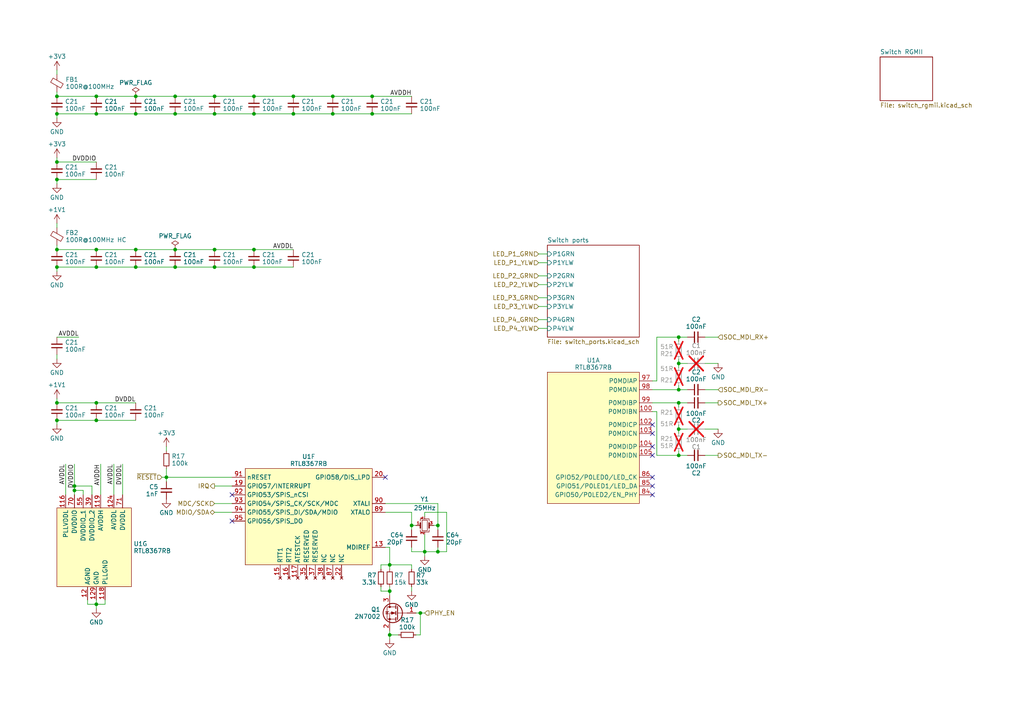
<source format=kicad_sch>
(kicad_sch (version 20230121) (generator eeschema)
  (paper "A4")
  (lib_symbols
    (symbol "Device:C_Small" (pin_numbers hide) (pin_names (offset 0.254) hide)
      (property "Reference" "C" (at 0.254 1.778 0))
      (property "Value" "C_Small" (at 0.254 -2.032 0))
      (symbol "C_Small_0_1"
        (polyline (pts (xy -1.524 -0.508) (xy 1.524 -0.508)) (stroke (width 0.3302)))
        (polyline (pts (xy -1.524 0.508) (xy 1.524 0.508)) (stroke (width 0.3048)))
      )
      (symbol "C_Small_1_1"
        (pin passive line (at 0 2.54 270) (length 2.032) (name "~") (number "1"))
        (pin passive line (at 0 -2.54 90) (length 2.032) (name "~") (number "2"))
      )
    )
    (symbol "Device:Crystal_GND24_Small" (pin_names (offset 1.016) hide)
      (property "Reference" "Y" (at 1.27 4.445 0))
      (property "Value" "Crystal_GND24_Small" (at 1.27 2.54 0))
      (symbol "Crystal_GND24_Small_0_1"
        (rectangle (start -0.762 -1.524) (end 0.762 1.524))
        (polyline (pts (xy -1.27 -0.762) (xy -1.27 0.762)) (stroke (width 0.381)))
        (polyline (pts (xy 1.27 -0.762) (xy 1.27 0.762)) (stroke (width 0.381)))
        (polyline (pts (xy -1.27 -1.27) (xy -1.27 -1.905) (xy 1.27 -1.905) (xy 1.27 -1.27)))
        (polyline (pts (xy -1.27 1.27) (xy -1.27 1.905) (xy 1.27 1.905) (xy 1.27 1.27)))
      )
      (symbol "Crystal_GND24_Small_1_1"
        (pin passive line (at -2.54 0 0) (length 1.27) (name "1") (number "1"))
        (pin passive line (at 0 -2.54 90) (length 0.635) (name "2") (number "2"))
        (pin passive line (at 2.54 0 180) (length 1.27) (name "3") (number "3"))
        (pin passive line (at 0 2.54 270) (length 0.635) (name "4") (number "4"))
      )
    )
    (symbol "Device:FerriteBead_Small" (pin_numbers hide) (pin_names (offset 0))
      (property "Reference" "FB" (at 1.905 1.27 0))
      (property "Value" "FerriteBead_Small" (at 1.905 -1.27 0))
      (symbol "FerriteBead_Small_0_1"
        (polyline (pts (xy 0 -1.27) (xy 0 -0.7874)))
        (polyline (pts (xy 0 0.889) (xy 0 1.2954)))
        (polyline (pts (xy -1.8288 0.2794) (xy -1.1176 1.4986) (xy 1.8288 -0.2032) (xy 1.1176 -1.4224) (xy -1.8288 0.2794)))
      )
      (symbol "FerriteBead_Small_1_1"
        (pin passive line (at 0 2.54 270) (length 1.27) (name "~") (number "1"))
        (pin passive line (at 0 -2.54 90) (length 1.27) (name "~") (number "2"))
      )
    )
    (symbol "Device:R_Small" (pin_numbers hide) (pin_names (offset 0.254) hide)
      (property "Reference" "R" (at 0.762 0.508 0))
      (property "Value" "R_Small" (at 0.762 -1.016 0))
      (symbol "R_Small_0_1"
        (rectangle (start -0.762 1.778) (end 0.762 -1.778) (stroke (width 0.2032)))
      )
      (symbol "R_Small_1_1"
        (pin passive line (at 0 2.54 270) (length 0.762) (name "~") (number "1"))
        (pin passive line (at 0 -2.54 90) (length 0.762) (name "~") (number "2"))
      )
    )
    (symbol "Ethernet_Switch_Realtek:RTL8367RB-VB"
      (property "Reference" "U" (at -3.81 19.05 0))
      (property "Value" "RTL8367RB" (at 5.08 19.05 0))
      (symbol "RTL8367RB-VB_1_0"
        (pin bidirectional line (at 16.51 6.35 180) (length 3.81) (name "P0MDIBN") (number "100"))
        (pin bidirectional line (at 16.51 2.54 180) (length 3.81) (name "P0MDICP") (number "102"))
        (pin bidirectional line (at 16.51 0 180) (length 3.81) (name "P0MDICN") (number "103"))
        (pin bidirectional line (at 16.51 -3.81 180) (length 3.81) (name "P0MDIDP") (number "104"))
        (pin bidirectional line (at 16.51 -6.35 180) (length 3.81) (name "P0MDIDN") (number "105"))
        (pin bidirectional line (at 16.51 -17.78 180) (length 3.81) (name "GPIO50/P0LED2/EN_PHY") (number "84"))
        (pin bidirectional line (at 16.51 -15.24 180) (length 3.81) (name "GPIO51/P0LED1/LED_DA") (number "85"))
        (pin bidirectional line (at 16.51 -12.7 180) (length 3.81) (name "GPIO52/P0LED0/LED_CK") (number "86"))
        (pin bidirectional line (at 16.51 15.24 180) (length 3.81) (name "P0MDIAP") (number "97"))
        (pin bidirectional line (at 16.51 12.7 180) (length 3.81) (name "P0MDIAN") (number "98"))
        (pin bidirectional line (at 16.51 8.89 180) (length 3.81) (name "P0MDIBP") (number "99"))
      )
      (symbol "RTL8367RB-VB_1_1"
        (rectangle (start -13.97 17.78) (end 12.7 -20.32) (fill (type background)))
      )
      (symbol "RTL8367RB-VB_2_0"
        (pin bidirectional line (at 16.51 15.24 180) (length 3.81) (name "P1MDIAP") (number "107"))
        (pin bidirectional line (at 16.51 12.7 180) (length 3.81) (name "P1MDIAN") (number "108"))
        (pin bidirectional line (at 16.51 8.89 180) (length 3.81) (name "P1MDIBP") (number "109"))
        (pin bidirectional line (at 16.51 6.35 180) (length 3.81) (name "P1MDIBN") (number "110"))
        (pin bidirectional line (at 16.51 2.54 180) (length 3.81) (name "P1MDICP") (number "112"))
        (pin bidirectional line (at 16.51 0 180) (length 3.81) (name "P1MDICN") (number "113"))
        (pin bidirectional line (at 16.51 -3.81 180) (length 3.81) (name "P1MDIDP") (number "114"))
        (pin bidirectional line (at 16.51 -6.35 180) (length 3.81) (name "P1MDIDN") (number "115"))
        (pin bidirectional line (at 16.51 -17.78 180) (length 3.81) (name "GPIO47/P1LED2/RESERVED") (number "81"))
        (pin bidirectional line (at 16.51 -12.7 180) (length 3.81) (name "GPIO48/P1LED0/MID29") (number "82"))
        (pin bidirectional line (at 16.51 -15.24 180) (length 3.81) (name "GPIO49/P1LED1") (number "83"))
      )
      (symbol "RTL8367RB-VB_2_1"
        (rectangle (start -15.24 17.78) (end 12.7 -20.32) (fill (type background)))
      )
      (symbol "RTL8367RB-VB_3_0"
        (pin bidirectional line (at 17.78 15.24 180) (length 3.81) (name "P2MDIAP") (number "120"))
        (pin bidirectional line (at 17.78 12.7 180) (length 3.81) (name "P2MDIAN") (number "121"))
        (pin bidirectional line (at 17.78 8.89 180) (length 3.81) (name "P2MDIBP") (number "122"))
        (pin bidirectional line (at 17.78 6.35 180) (length 3.81) (name "P2MDIBN") (number "123"))
        (pin bidirectional line (at 17.78 2.54 180) (length 3.81) (name "P2MDICP") (number "125"))
        (pin bidirectional line (at 17.78 0 180) (length 3.81) (name "P2MDICN") (number "126"))
        (pin bidirectional line (at 17.78 -3.81 180) (length 3.81) (name "P2MDIDP") (number "127"))
        (pin bidirectional line (at 17.78 -6.35 180) (length 3.81) (name "P2MDIDN") (number "128"))
        (pin bidirectional line (at 17.78 -17.78 180) (length 3.81) (name "GPIO44/P2LED2/DIS_8051") (number "78"))
        (pin bidirectional line (at 17.78 -12.7 180) (length 3.81) (name "GPIO45/P2LED0/DISAUTOLOAD") (number "79"))
        (pin bidirectional line (at 17.78 -15.24 180) (length 3.81) (name "GPIO46/P2LED1") (number "80"))
      )
      (symbol "RTL8367RB-VB_3_1"
        (rectangle (start -16.51 17.78) (end 13.97 -20.32) (fill (type background)))
      )
      (symbol "RTL8367RB-VB_4_0"
        (pin bidirectional line (at 19.05 -6.35 180) (length 3.81) (name "P3MDIDN") (number "10"))
        (pin bidirectional line (at 19.05 15.24 180) (length 3.81) (name "P3MDIAP") (number "2"))
        (pin bidirectional line (at 19.05 12.7 180) (length 3.81) (name "P3MDIAN") (number "3"))
        (pin bidirectional line (at 19.05 8.89 180) (length 3.81) (name "P3MDIBP") (number "4"))
        (pin bidirectional line (at 19.05 6.35 180) (length 3.81) (name "P3MDIBN") (number "5"))
        (pin bidirectional line (at 19.05 2.54 180) (length 3.81) (name "P3MDICP") (number "7"))
        (pin bidirectional line (at 19.05 -15.24 180) (length 3.81) (name "GPIO41/P3LED1") (number "75"))
        (pin bidirectional line (at 19.05 -17.78 180) (length 3.81) (name "GPIO42/P3LED2/EM_PWRLIGHT") (number "76"))
        (pin bidirectional line (at 19.05 -12.7 180) (length 3.81) (name "GPIO43/P3LED0/RESERVED") (number "77"))
        (pin bidirectional line (at 19.05 0 180) (length 3.81) (name "P3MDICN") (number "8"))
        (pin bidirectional line (at 19.05 -3.81 180) (length 3.81) (name "P3MDIDP") (number "9"))
      )
      (symbol "RTL8367RB-VB_4_1"
        (rectangle (start -15.24 17.78) (end 15.24 -20.32) (fill (type background)))
      )
      (symbol "RTL8367RB-VB_5_0"
        (pin bidirectional line (at 19.05 15.24 180) (length 3.81) (name "P4MDIAP") (number "24"))
        (pin bidirectional line (at 19.05 12.7 180) (length 3.81) (name "P4MDIAN") (number "25"))
        (pin bidirectional line (at 19.05 8.89 180) (length 3.81) (name "P4MDIBP") (number "26"))
        (pin bidirectional line (at 19.05 6.35 180) (length 3.81) (name "P4MDIBN") (number "27"))
        (pin bidirectional line (at 19.05 2.54 180) (length 3.81) (name "P4MDICP") (number "29"))
        (pin bidirectional line (at 19.05 0 180) (length 3.81) (name "P4MDICN") (number "30"))
        (pin bidirectional line (at 19.05 -3.81 180) (length 3.81) (name "P4MDIDP") (number "31"))
        (pin bidirectional line (at 19.05 -6.35 180) (length 3.81) (name "P4MDIDN") (number "32"))
        (pin bidirectional line (at 19.05 -17.78 180) (length 3.81) (name "GPIO38/P4LED2/DIS_SPIS") (number "72"))
        (pin bidirectional line (at 19.05 -12.7 180) (length 3.81) (name "GPIO39/P4LED0/EEPROM_MOD") (number "73"))
        (pin bidirectional line (at 19.05 -15.24 180) (length 3.81) (name "GPIO40/P4LED1") (number "74"))
      )
      (symbol "RTL8367RB-VB_5_1"
        (rectangle (start -15.24 17.78) (end 15.24 -20.32) (fill (type background)))
      )
      (symbol "RTL8367RB-VB_6_0"
        (pin no_connect line (at -3.81 -13.97 90) (length 3.81) (name "ATESTCK") (number "117"))
        (pin input line (at 21.59 -5.08 180) (length 3.81) (name "MDIREF") (number "13"))
        (pin no_connect line (at -8.89 -13.97 90) (length 3.81) (name "RTT1") (number "15"))
        (pin no_connect line (at -6.35 -13.97 90) (length 3.81) (name "RTT2") (number "16"))
        (pin bidirectional line (at -22.86 12.7 0) (length 3.81) (name "GPIO57/INTERRUPT") (number "19"))
        (pin bidirectional line (at 21.59 15.24 180) (length 3.81) (name "GPIO58/DIS_LPD") (number "20"))
        (pin no_connect line (at 8.89 -13.97 90) (length 3.81) (name "NC") (number "22"))
        (pin no_connect line (at -1.27 -13.97 90) (length 3.81) (name "RESERVED") (number "35"))
        (pin no_connect line (at 1.27 -13.97 90) (length 3.81) (name "RESERVED") (number "37"))
        (pin no_connect line (at 3.81 -13.97 90) (length 3.81) (name "NC") (number "38"))
        (pin no_connect line (at 6.35 -13.97 90) (length 3.81) (name "NC") (number "87"))
        (pin output line (at 21.59 5.08 180) (length 3.81) (name "XTALO") (number "89"))
        (pin input line (at 21.59 7.62 180) (length 3.81) (name "XTALI") (number "90"))
        (pin input line (at -22.86 15.24 0) (length 3.81) (name "nRESET") (number "91"))
        (pin bidirectional line (at -22.86 10.16 0) (length 3.81) (name "GPIO53/SPIS_nCSI") (number "92"))
        (pin bidirectional line (at -22.86 7.62 0) (length 3.81) (name "GPIO54/SPIS_CK/SCK/MDC") (number "93"))
        (pin bidirectional line (at -22.86 5.08 0) (length 3.81) (name "GPIO55/SPIS_DI/SDA/MDIO") (number "94"))
        (pin bidirectional line (at -22.86 2.54 0) (length 3.81) (name "GPIO56/SPIS_DO") (number "95"))
      )
      (symbol "RTL8367RB-VB_6_1"
        (rectangle (start -19.05 17.78) (end 17.78 -10.16) (fill (type background)))
      )
      (symbol "RTL8367RB-VB_7_0"
        (pin power_in line (at 5.08 35.56 270) (length 3.81) hide (name "AVDDH") (number "1"))
        (pin power_in line (at 8.89 35.56 270) (length 3.81) hide (name "AVDDL") (number "101"))
        (pin power_in line (at 5.08 35.56 270) (length 3.81) hide (name "AVDDH") (number "106"))
        (pin power_in line (at 5.08 35.56 270) (length 3.81) hide (name "AVDDH") (number "11"))
        (pin power_in line (at 8.89 35.56 270) (length 3.81) hide (name "AVDDL") (number "111"))
        (pin power_in line (at -5.08 35.56 270) (length 3.81) (name "PLLVDDL") (number "116"))
        (pin power_in line (at 6.35 5.08 90) (length 3.81) (name "PLLGND") (number "118"))
        (pin power_in line (at 5.08 35.56 270) (length 3.81) (name "AVDDH") (number "119"))
        (pin power_in line (at 1.27 5.08 90) (length 3.81) (name "AGND") (number "12"))
        (pin power_in line (at 8.89 35.56 270) (length 3.81) (name "AVDDL") (number "124"))
        (pin power_in line (at 3.81 5.08 90) (length 3.81) (name "GND") (number "129"))
        (pin power_in line (at 8.89 35.56 270) (length 3.81) hide (name "AVDDL") (number "14"))
        (pin power_in line (at 5.08 35.56 270) (length 3.81) hide (name "AVDDH") (number "17"))
        (pin power_in line (at -2.54 35.56 270) (length 3.81) hide (name "DVDDIO") (number "18"))
        (pin power_in line (at 11.43 35.56 270) (length 3.81) hide (name "DVDDL") (number "21"))
        (pin power_in line (at 5.08 35.56 270) (length 3.81) hide (name "AVDDH") (number "23"))
        (pin power_in line (at 8.89 35.56 270) (length 3.81) hide (name "AVDDL") (number "28"))
        (pin power_in line (at 5.08 35.56 270) (length 3.81) hide (name "AVDDH") (number "33"))
        (pin power_in line (at 8.89 35.56 270) (length 3.81) hide (name "AVDDL") (number "34"))
        (pin power_in line (at 5.08 35.56 270) (length 3.81) hide (name "AVDDH") (number "36"))
        (pin power_in line (at 2.54 35.56 270) (length 3.81) (name "DVDDIO_2") (number "39"))
        (pin power_in line (at 11.43 35.56 270) (length 3.81) hide (name "DVDDL") (number "53"))
        (pin power_in line (at 2.54 35.56 270) (length 3.81) hide (name "DVDDIO_2") (number "54"))
        (pin power_in line (at 0 35.56 270) (length 3.81) (name "DVDDIO_1") (number "55"))
        (pin power_in line (at 8.89 35.56 270) (length 3.81) hide (name "AVDDL") (number "6"))
        (pin power_in line (at 0 35.56 270) (length 3.81) hide (name "DVDDIO_1") (number "69"))
        (pin power_in line (at -2.54 35.56 270) (length 3.81) (name "DVDDIO") (number "70"))
        (pin power_in line (at 11.43 35.56 270) (length 3.81) (name "DVDDL") (number "71"))
        (pin power_in line (at 5.08 35.56 270) (length 3.81) hide (name "AVDDH") (number "88"))
        (pin power_in line (at 5.08 35.56 270) (length 3.81) hide (name "AVDDH") (number "96"))
      )
      (symbol "RTL8367RB-VB_7_1"
        (rectangle (start -7.62 31.75) (end 13.97 8.89) (fill (type background)))
      )
      (symbol "RTL8367RB-VB_8_0"
        (pin bidirectional line (at 20.32 5.08 180) (length 3.81) (name "GPIO13/E1_CRS/M1M_CRS") (number "56"))
        (pin bidirectional line (at 20.32 7.62 180) (length 3.81) (name "GPIO19/E1_DO3/RG1_TXD3") (number "57"))
        (pin bidirectional line (at 20.32 10.16 180) (length 3.81) (name "GPIO20/E1_DO2/RG1_TXD2/M1") (number "58"))
        (pin bidirectional line (at 20.32 12.7 180) (length 3.81) (name "GPIO21/E1_DO1/RG1_TXD1/M1") (number "59"))
        (pin bidirectional line (at 20.32 15.24 180) (length 3.81) (name "GPIO22/E1_DO0/RG1_TXD0/M1") (number "60"))
        (pin bidirectional line (at 20.32 -12.7 180) (length 3.81) (name "GPIO23/E1_DOEN/RG1_TXCTL") (number "61"))
        (pin bidirectional line (at 20.32 -7.62 180) (length 3.81) (name "GPIO24/E1_DOCLK/RG1_TXCLK") (number "62"))
        (pin bidirectional line (at 20.32 -10.16 180) (length 3.81) (name "GPIO28/E1_DICLK/RG1_RXCLK") (number "63"))
        (pin bidirectional line (at 20.32 -15.24 180) (length 3.81) (name "GPIO29/E1_DIDV/RG1_RXCTL") (number "64"))
        (pin bidirectional line (at 20.32 2.54 180) (length 3.81) (name "GPIO30/E1_DI0/RG1_RXD0") (number "65"))
        (pin bidirectional line (at 20.32 0 180) (length 3.81) (name "GPIO31/E1_DI1/RG1_RXD1") (number "66"))
        (pin bidirectional line (at 20.32 -2.54 180) (length 3.81) (name "GPIO32/E1_DI2/RG1_RXD2") (number "67"))
        (pin bidirectional line (at 20.32 -5.08 180) (length 3.81) (name "GPIO33/E1_DI3/RG1_RXD3") (number "68"))
      )
      (symbol "RTL8367RB-VB_8_1"
        (rectangle (start -15.24 17.78) (end 16.51 -17.78) (fill (type background)))
      )
      (symbol "RTL8367RB-VB_9_0"
        (pin bidirectional line (at 20.32 5.08 180) (length 3.81) (name "GPIO00/E2_CRS/M2M_CRS") (number "40"))
        (pin bidirectional line (at 20.32 7.62 180) (length 3.81) (name "GPIO01/E2_DO3/RG2_TXD3") (number "41"))
        (pin bidirectional line (at 20.32 10.16 180) (length 3.81) (name "GPIO02/E2_DO2/RG2_TXD2") (number "42"))
        (pin bidirectional line (at 20.32 12.7 180) (length 3.81) (name "GPIO03/E2_DO1/RG2_TXD1") (number "43"))
        (pin bidirectional line (at 20.32 15.24 180) (length 3.81) (name "GPIO04/E2_DO0/RG2_TXD0") (number "44"))
        (pin bidirectional line (at 20.32 -12.7 180) (length 3.81) (name "GPIO05/E2_DOEN/RG2_TXCTL/") (number "45"))
        (pin bidirectional line (at 20.32 -7.62 180) (length 3.81) (name "GPIO06/E2_DOCLK/RG2_TXCLK") (number "46"))
        (pin bidirectional line (at 20.32 -10.16 180) (length 3.81) (name "GPIO07/E2_DICLK/RG2_RXCLK/") (number "47"))
        (pin bidirectional line (at 20.32 -15.24 180) (length 3.81) (name "GPIO08/E2_DIDV/RG2_RXCTL") (number "48"))
        (pin bidirectional line (at 20.32 2.54 180) (length 3.81) (name "GPIO09/E2_DI0/RG2_RXD0") (number "49"))
        (pin bidirectional line (at 20.32 0 180) (length 3.81) (name "GPIO10/E2_DI1/RG2_RXD1") (number "50"))
        (pin bidirectional line (at 20.32 -2.54 180) (length 3.81) (name "GPIO11/E2_DI2/RG2_RXD2/M2M") (number "51"))
        (pin bidirectional line (at 20.32 -5.08 180) (length 3.81) (name "GPIO12/E2_DI3/RG2_RXD3/M2M") (number "52"))
      )
      (symbol "RTL8367RB-VB_9_1"
        (rectangle (start -15.24 17.78) (end 16.51 -17.78) (fill (type background)))
      )
    )
    (symbol "Transistor_FET:2N7002" (pin_names hide)
      (property "Reference" "Q" (at 5.08 1.905 0))
      (property "Value" "2N7002" (at 5.08 0 0))
      (symbol "2N7002_0_1"
        (polyline (pts (xy 0.254 0) (xy -2.54 0)))
        (polyline (pts (xy 0.254 1.905) (xy 0.254 -1.905)) (stroke (width 0.254)))
        (polyline (pts (xy 0.762 -1.27) (xy 0.762 -2.286)) (stroke (width 0.254)))
        (polyline (pts (xy 0.762 0.508) (xy 0.762 -0.508)) (stroke (width 0.254)))
        (polyline (pts (xy 0.762 2.286) (xy 0.762 1.27)) (stroke (width 0.254)))
        (polyline (pts (xy 2.54 2.54) (xy 2.54 1.778)))
        (polyline (pts (xy 2.54 -2.54) (xy 2.54 0) (xy 0.762 0)))
        (polyline (pts (xy 0.762 -1.778) (xy 3.302 -1.778) (xy 3.302 1.778) (xy 0.762 1.778)))
        (polyline (pts (xy 1.016 0) (xy 2.032 0.381) (xy 2.032 -0.381) (xy 1.016 0)) (fill (type outline)))
        (polyline (pts (xy 2.794 0.508) (xy 2.921 0.381) (xy 3.683 0.381) (xy 3.81 0.254)))
        (polyline (pts (xy 3.302 0.381) (xy 2.921 -0.254) (xy 3.683 -0.254) (xy 3.302 0.381)))
        (circle (center 1.651 0) (radius 2.794) (stroke (width 0.254)))
        (circle (center 2.54 -1.778) (radius 0.254) (fill (type outline)))
        (circle (center 2.54 1.778) (radius 0.254) (fill (type outline)))
      )
      (symbol "2N7002_1_1"
        (pin input line (at -5.08 0 0) (length 2.54) (name "G") (number "1"))
        (pin passive line (at 2.54 -5.08 90) (length 2.54) (name "S") (number "2"))
        (pin passive line (at 2.54 5.08 270) (length 2.54) (name "D") (number "3"))
      )
    )
    (symbol "power:+1V1" (power) (pin_names (offset 0))
      (property "Value" "+1V1" (at 0 3.556 0))
      (symbol "+1V1_0_1"
        (polyline (pts (xy -0.762 1.27) (xy 0 2.54)))
        (polyline (pts (xy 0 0) (xy 0 2.54)))
        (polyline (pts (xy 0 2.54) (xy 0.762 1.27)))
      )
      (symbol "+1V1_1_1"
        (pin power_in line (at 0 0 90) (length 0) hide (name "+1V1") (number "1"))
      )
    )
    (symbol "power:+3V3" (power) (pin_names (offset 0))
      (property "Value" "+3V3" (at 0 3.556 0))
      (symbol "+3V3_0_1"
        (polyline (pts (xy -0.762 1.27) (xy 0 2.54)))
        (polyline (pts (xy 0 0) (xy 0 2.54)))
        (polyline (pts (xy 0 2.54) (xy 0.762 1.27)))
      )
      (symbol "+3V3_1_1"
        (pin power_in line (at 0 0 90) (length 0) hide (name "+3V3") (number "1"))
      )
    )
    (symbol "power:GND" (power) (pin_names (offset 0))
      (property "Value" "GND" (at 0 -3.81 0))
      (symbol "GND_0_1"
        (polyline (pts (xy 0 0) (xy 0 -1.27) (xy 1.27 -1.27) (xy 0 -2.54) (xy -1.27 -1.27) (xy 0 -1.27)))
      )
      (symbol "GND_1_1"
        (pin power_in line (at 0 0 270) (length 0) hide (name "GND") (number "1"))
      )
    )
    (symbol "power:PWR_FLAG" (power) (pin_numbers hide) (pin_names (offset 0) hide)
      (property "Value" "PWR_FLAG" (at 0 3.81 0))
      (symbol "PWR_FLAG_0_0"
        (pin power_out line (at 0 0 90) (length 0) (name "pwr") (number "1"))
      )
      (symbol "PWR_FLAG_0_1"
        (polyline (pts (xy 0 0) (xy 0 1.27) (xy -1.016 1.905) (xy 0 2.54) (xy 1.016 1.905) (xy 0 1.27)))
      )
    )
  )
  (junction (at 73.66 27.94))
  (junction (at 16.51 46.99))
  (junction (at 96.52 33.02))
  (junction (at 27.94 33.02))
  (junction (at 85.09 27.94))
  (junction (at 62.23 72.39))
  (junction (at 85.09 33.02))
  (junction (at 27.94 116.84))
  (junction (at 50.8 77.47))
  (junction (at 16.51 72.39))
  (junction (at 16.51 52.07))
  (junction (at 16.51 116.84))
  (junction (at 196.85 116.84))
  (junction (at 73.66 33.02))
  (junction (at 127 152.4))
  (junction (at 50.8 72.39))
  (junction (at 62.23 77.47))
  (junction (at 196.85 97.79))
  (junction (at 27.94 27.94))
  (junction (at 123.19 160.02))
  (junction (at 27.94 77.47))
  (junction (at 107.95 33.02))
  (junction (at 62.23 27.94))
  (junction (at 113.03 171.45))
  (junction (at 73.66 77.47))
  (junction (at 121.92 177.8))
  (junction (at 113.03 163.83))
  (junction (at 27.94 72.39))
  (junction (at 39.37 27.94))
  (junction (at 196.85 124.46))
  (junction (at 21.59 142.24))
  (junction (at 16.51 33.02))
  (junction (at 39.37 77.47))
  (junction (at 48.26 138.43))
  (junction (at 21.59 140.97))
  (junction (at 73.66 72.39))
  (junction (at 16.51 121.92))
  (junction (at 107.95 27.94))
  (junction (at 27.94 121.92))
  (junction (at 50.8 33.02))
  (junction (at 39.37 72.39))
  (junction (at 27.94 175.26))
  (junction (at 127 160.02))
  (junction (at 50.8 27.94))
  (junction (at 196.85 113.03))
  (junction (at 16.51 27.94))
  (junction (at 196.85 105.41))
  (junction (at 62.23 33.02))
  (junction (at 196.85 132.08))
  (junction (at 119.38 152.4))
  (junction (at 113.03 184.15))
  (junction (at 16.51 77.47))
  (junction (at 96.52 27.94))
  (junction (at 39.37 33.02))
  (no_connect (at 67.31 143.51))
  (no_connect (at 111.76 138.43))
  (no_connect (at 189.23 129.54))
  (no_connect (at 189.23 132.08))
  (no_connect (at 67.31 151.13))
  (no_connect (at 189.23 123.19))
  (no_connect (at 189.23 138.43))
  (no_connect (at 189.23 125.73))
  (no_connect (at 189.23 143.51))
  (no_connect (at 189.23 140.97))
  (wire (pts (xy 107.95 27.94) (xy 119.38 27.94)))
  (wire (pts (xy 113.03 163.83) (xy 113.03 158.75)))
  (wire (pts (xy 62.23 27.94) (xy 73.66 27.94)))
  (wire (pts (xy 119.38 160.02) (xy 119.38 158.75)))
  (wire (pts (xy 156.21 88.9) (xy 158.75 88.9)))
  (wire (pts (xy 16.51 77.47) (xy 27.94 77.47)))
  (wire (pts (xy 156.21 80.01) (xy 158.75 80.01)))
  (wire (pts (xy 196.85 104.14) (xy 196.85 105.41)))
  (wire (pts (xy 204.47 113.03) (xy 208.28 113.03)))
  (wire (pts (xy 39.37 77.47) (xy 50.8 77.47)))
  (wire (pts (xy 16.51 115.57) (xy 16.51 116.84)))
  (wire (pts (xy 196.85 97.79) (xy 199.39 97.79)))
  (wire (pts (xy 48.26 138.43) (xy 67.31 138.43)))
  (wire (pts (xy 204.47 132.08) (xy 208.28 132.08)))
  (wire (pts (xy 27.94 72.39) (xy 39.37 72.39)))
  (wire (pts (xy 196.85 113.03) (xy 199.39 113.03)))
  (wire (pts (xy 39.37 27.94) (xy 50.8 27.94)))
  (wire (pts (xy 113.03 171.45) (xy 113.03 172.72)))
  (wire (pts (xy 123.19 149.86) (xy 123.19 148.59)))
  (wire (pts (xy 50.8 33.02) (xy 62.23 33.02)))
  (wire (pts (xy 113.03 163.83) (xy 119.38 163.83)))
  (wire (pts (xy 62.23 72.39) (xy 73.66 72.39)))
  (wire (pts (xy 156.21 92.71) (xy 158.75 92.71)))
  (wire (pts (xy 125.73 152.4) (xy 127 152.4)))
  (wire (pts (xy 27.94 116.84) (xy 39.37 116.84)))
  (wire (pts (xy 21.59 142.24) (xy 21.59 143.51)))
  (wire (pts (xy 48.26 129.54) (xy 48.26 130.81)))
  (wire (pts (xy 27.94 175.26) (xy 25.4 175.26)))
  (wire (pts (xy 189.23 116.84) (xy 196.85 116.84)))
  (wire (pts (xy 27.94 27.94) (xy 39.37 27.94)))
  (wire (pts (xy 196.85 124.46) (xy 196.85 123.19)))
  (wire (pts (xy 113.03 182.88) (xy 113.03 184.15)))
  (wire (pts (xy 27.94 77.47) (xy 39.37 77.47)))
  (wire (pts (xy 27.94 176.53) (xy 27.94 175.26)))
  (wire (pts (xy 189.23 119.38) (xy 190.5 119.38)))
  (wire (pts (xy 119.38 148.59) (xy 119.38 152.4)))
  (wire (pts (xy 16.51 52.07) (xy 27.94 52.07)))
  (wire (pts (xy 196.85 124.46) (xy 199.39 124.46)))
  (wire (pts (xy 127 146.05) (xy 111.76 146.05)))
  (wire (pts (xy 113.03 170.18) (xy 113.03 171.45)))
  (wire (pts (xy 119.38 163.83) (xy 119.38 165.1)))
  (wire (pts (xy 27.94 173.99) (xy 27.94 175.26)))
  (wire (pts (xy 73.66 77.47) (xy 85.09 77.47)))
  (wire (pts (xy 26.67 140.97) (xy 21.59 140.97)))
  (wire (pts (xy 113.03 184.15) (xy 115.57 184.15)))
  (wire (pts (xy 16.51 52.07) (xy 16.51 53.34)))
  (wire (pts (xy 196.85 105.41) (xy 196.85 106.68)))
  (wire (pts (xy 110.49 163.83) (xy 113.03 163.83)))
  (wire (pts (xy 35.56 134.62) (xy 35.56 143.51)))
  (wire (pts (xy 39.37 72.39) (xy 50.8 72.39)))
  (wire (pts (xy 196.85 116.84) (xy 199.39 116.84)))
  (wire (pts (xy 16.51 121.92) (xy 27.94 121.92)))
  (wire (pts (xy 62.23 77.47) (xy 73.66 77.47)))
  (wire (pts (xy 62.23 33.02) (xy 73.66 33.02)))
  (wire (pts (xy 50.8 77.47) (xy 62.23 77.47)))
  (wire (pts (xy 119.38 152.4) (xy 120.65 152.4)))
  (wire (pts (xy 111.76 148.59) (xy 119.38 148.59)))
  (wire (pts (xy 119.38 152.4) (xy 119.38 153.67)))
  (wire (pts (xy 16.51 33.02) (xy 27.94 33.02)))
  (wire (pts (xy 120.65 184.15) (xy 121.92 184.15)))
  (wire (pts (xy 119.38 171.45) (xy 119.38 170.18)))
  (wire (pts (xy 85.09 33.02) (xy 96.52 33.02)))
  (wire (pts (xy 127 152.4) (xy 127 146.05)))
  (wire (pts (xy 196.85 132.08) (xy 196.85 130.81)))
  (wire (pts (xy 196.85 105.41) (xy 199.39 105.41)))
  (wire (pts (xy 127 152.4) (xy 127 153.67)))
  (wire (pts (xy 129.54 160.02) (xy 127 160.02)))
  (wire (pts (xy 110.49 163.83) (xy 110.49 165.1)))
  (wire (pts (xy 16.51 26.67) (xy 16.51 27.94)))
  (wire (pts (xy 96.52 27.94) (xy 107.95 27.94)))
  (wire (pts (xy 16.51 20.32) (xy 16.51 21.59)))
  (wire (pts (xy 25.4 175.26) (xy 25.4 173.99)))
  (wire (pts (xy 113.03 158.75) (xy 111.76 158.75)))
  (wire (pts (xy 121.92 177.8) (xy 123.19 177.8)))
  (wire (pts (xy 129.54 148.59) (xy 129.54 160.02)))
  (wire (pts (xy 85.09 27.94) (xy 96.52 27.94)))
  (wire (pts (xy 24.13 143.51) (xy 24.13 142.24)))
  (wire (pts (xy 46.99 138.43) (xy 48.26 138.43)))
  (wire (pts (xy 48.26 138.43) (xy 48.26 139.7)))
  (wire (pts (xy 26.67 143.51) (xy 26.67 140.97)))
  (wire (pts (xy 16.51 116.84) (xy 27.94 116.84)))
  (wire (pts (xy 196.85 111.76) (xy 196.85 113.03)))
  (wire (pts (xy 16.51 121.92) (xy 16.51 123.19)))
  (wire (pts (xy 16.51 97.79) (xy 22.86 97.79)))
  (wire (pts (xy 16.51 71.12) (xy 16.51 72.39)))
  (wire (pts (xy 62.23 148.59) (xy 67.31 148.59)))
  (wire (pts (xy 156.21 95.25) (xy 158.75 95.25)))
  (wire (pts (xy 196.85 97.79) (xy 196.85 99.06)))
  (wire (pts (xy 204.47 124.46) (xy 208.28 124.46)))
  (wire (pts (xy 16.51 46.99) (xy 27.94 46.99)))
  (wire (pts (xy 204.47 116.84) (xy 208.28 116.84)))
  (wire (pts (xy 96.52 33.02) (xy 107.95 33.02)))
  (wire (pts (xy 123.19 148.59) (xy 129.54 148.59)))
  (wire (pts (xy 29.21 134.62) (xy 29.21 143.51)))
  (wire (pts (xy 190.5 132.08) (xy 196.85 132.08)))
  (wire (pts (xy 16.51 45.72) (xy 16.51 46.99)))
  (wire (pts (xy 190.5 132.08) (xy 190.5 119.38)))
  (wire (pts (xy 156.21 73.66) (xy 158.75 73.66)))
  (wire (pts (xy 156.21 82.55) (xy 158.75 82.55)))
  (wire (pts (xy 73.66 33.02) (xy 85.09 33.02)))
  (wire (pts (xy 30.48 173.99) (xy 30.48 175.26)))
  (wire (pts (xy 123.19 160.02) (xy 119.38 160.02)))
  (wire (pts (xy 107.95 33.02) (xy 119.38 33.02)))
  (wire (pts (xy 127 160.02) (xy 123.19 160.02)))
  (wire (pts (xy 16.51 27.94) (xy 27.94 27.94)))
  (wire (pts (xy 196.85 118.11) (xy 196.85 116.84)))
  (wire (pts (xy 16.51 72.39) (xy 27.94 72.39)))
  (wire (pts (xy 21.59 140.97) (xy 21.59 142.24)))
  (wire (pts (xy 204.47 105.41) (xy 208.28 105.41)))
  (wire (pts (xy 127 158.75) (xy 127 160.02)))
  (wire (pts (xy 62.23 146.05) (xy 67.31 146.05)))
  (wire (pts (xy 189.23 110.49) (xy 190.5 110.49)))
  (wire (pts (xy 62.23 140.97) (xy 67.31 140.97)))
  (wire (pts (xy 73.66 27.94) (xy 85.09 27.94)))
  (wire (pts (xy 113.03 184.15) (xy 113.03 185.42)))
  (wire (pts (xy 16.51 64.77) (xy 16.51 66.04)))
  (wire (pts (xy 123.19 154.94) (xy 123.19 160.02)))
  (wire (pts (xy 196.85 132.08) (xy 199.39 132.08)))
  (wire (pts (xy 33.02 134.62) (xy 33.02 143.51)))
  (wire (pts (xy 113.03 163.83) (xy 113.03 165.1)))
  (wire (pts (xy 121.92 177.8) (xy 120.65 177.8)))
  (wire (pts (xy 48.26 135.89) (xy 48.26 138.43)))
  (wire (pts (xy 19.05 134.62) (xy 19.05 143.51)))
  (wire (pts (xy 21.59 134.62) (xy 21.59 140.97)))
  (wire (pts (xy 110.49 170.18) (xy 110.49 171.45)))
  (wire (pts (xy 30.48 175.26) (xy 27.94 175.26)))
  (wire (pts (xy 196.85 125.73) (xy 196.85 124.46)))
  (wire (pts (xy 50.8 27.94) (xy 62.23 27.94)))
  (wire (pts (xy 16.51 77.47) (xy 16.51 78.74)))
  (wire (pts (xy 121.92 184.15) (xy 121.92 177.8)))
  (wire (pts (xy 190.5 97.79) (xy 190.5 110.49)))
  (wire (pts (xy 27.94 121.92) (xy 39.37 121.92)))
  (wire (pts (xy 16.51 102.87) (xy 16.51 104.14)))
  (wire (pts (xy 190.5 97.79) (xy 196.85 97.79)))
  (wire (pts (xy 189.23 113.03) (xy 196.85 113.03)))
  (wire (pts (xy 16.51 33.02) (xy 16.51 34.29)))
  (wire (pts (xy 27.94 33.02) (xy 39.37 33.02)))
  (wire (pts (xy 24.13 142.24) (xy 21.59 142.24)))
  (wire (pts (xy 110.49 171.45) (xy 113.03 171.45)))
  (wire (pts (xy 73.66 72.39) (xy 85.09 72.39)))
  (wire (pts (xy 204.47 97.79) (xy 208.28 97.79)))
  (wire (pts (xy 50.8 72.39) (xy 62.23 72.39)))
  (wire (pts (xy 156.21 86.36) (xy 158.75 86.36)))
  (wire (pts (xy 123.19 160.02) (xy 123.19 161.29)))
  (wire (pts (xy 156.21 76.2) (xy 158.75 76.2)))
  (wire (pts (xy 39.37 33.02) (xy 50.8 33.02)))
  (label "AVDDH" (at 119.38 27.94 180))
  (label "AVDDL" (at 33.02 134.62 270))
  (label "AVDDL" (at 85.09 72.39 180))
  (label "DVDDL" (at 39.37 116.84 180))
  (label "DVDDL" (at 35.56 134.62 270))
  (label "DVDDIO" (at 21.59 134.62 270))
  (label "AVDDL" (at 19.05 134.62 270))
  (label "AVDDH" (at 29.21 134.62 270))
  (label "AVDDL" (at 22.86 97.79 180))
  (label "DVDDIO" (at 27.94 46.99 180))
  (hierarchical_label "LED_P4_YLW" (shape input) (at 156.21 95.25 180))
  (hierarchical_label "IRQ" (shape output) (at 62.23 140.97 180))
  (hierarchical_label "SOC_MDI_RX+" (shape input) (at 208.28 97.79 0))
  (hierarchical_label "LED_P3_YLW" (shape input) (at 156.21 88.9 180))
  (hierarchical_label "LED_P3_GRN" (shape input) (at 156.21 86.36 180))
  (hierarchical_label "LED_P1_YLW" (shape input) (at 156.21 76.2 180))
  (hierarchical_label "LED_P4_GRN" (shape input) (at 156.21 92.71 180))
  (hierarchical_label "LED_P2_GRN" (shape input) (at 156.21 80.01 180))
  (hierarchical_label "SOC_MDI_RX-" (shape input) (at 208.28 113.03 0))
  (hierarchical_label "PHY_EN" (shape input) (at 123.19 177.8 0))
  (hierarchical_label "MDC{slash}SCK" (shape input) (at 62.23 146.05 180))
  (hierarchical_label "MDIO{slash}SDA" (shape bidirectional) (at 62.23 148.59 180))
  (hierarchical_label "SOC_MDI_TX-" (shape output) (at 208.28 132.08 0))
  (hierarchical_label "~{RESET}" (shape input) (at 46.99 138.43 180))
  (hierarchical_label "LED_P2_YLW" (shape input) (at 156.21 82.55 180))
  (hierarchical_label "LED_P1_GRN" (shape input) (at 156.21 73.66 180))
  (hierarchical_label "SOC_MDI_TX+" (shape output) (at 208.28 116.84 0))
  (symbol (lib_id "Device:C_Small") (at 27.94 119.38 180) (unit 1)
    (property "Reference" "C21" (at 30.2641 118.3496 0) (effects (justify right)))
    (property "Value" "100nF" (at 30.2641 120.3976 0) (effects (justify right)))
    (property "Footprint" "Capacitor_SMD:C_0402_1005Metric" (effects hide))
    (property "LCSC" "C1525" (effects hide))
    (instances (project "OpenHomeSwitch" (path "" (reference "C21") (unit 1)) (path "" (reference "C58") (unit 1))))
  )
  (symbol (lib_id "power:+1V1") (at 16.51 115.57 0) (unit 1)
    (property "Reference" "#PWR013" (effects hide))
    (property "Value" "+1V1" (at 16.51 111.625 0))
  )
  (symbol (lib_id "Device:C_Small") (at 201.93 132.08 270) (unit 1)
    (property "Reference" "C2" (at 201.9236 137.2221 90))
    (property "Value" "100nF" (at 201.9236 135.1741 90))
    (property "Footprint" "Capacitor_SMD:C_0402_1005Metric" (effects hide))
    (property "LCSC" "C1525" (effects hide))
    (instances (project "OpenHomeSwitch" (path "" (reference "C2") (unit 1)) (path "" (reference "C132") (unit 1))))
  )
  (symbol (lib_id "power:GND") (at 208.28 105.41 0) (unit 1)
    (property "Reference" "#PWR052" (effects hide))
    (property "Value" "GND" (at 208.28 109.355 0))
    (instances (project "OpenHomeSwitch" (path "" (reference "#PWR052") (unit 1)) (path "" (reference "#PWR046") (unit 1))))
  )
  (symbol (lib_id "Device:R_Small") (at 196.85 101.6 180) (unit 1) (dnp yes)
    (property "Reference" "R21" (at 195.3514 102.624 0) (effects (justify left)))
    (property "Value" "51R" (at 195.3514 100.576 0) (effects (justify left)))
    (property "Footprint" "Resistor_SMD:R_0402_1005Metric" (effects hide))
    (property "LCSC" "C25125" (effects hide))
    (instances (project "OpenHomeSwitch" (path "" (reference "R21") (unit 1)) (path "" (reference "R26") (unit 1)) (path "" (reference "R59") (unit 1)) (path "" (reference "R44") (unit 1))))
  )
  (symbol (lib_id "Device:Crystal_GND24_Small") (at 123.19 152.4 0) (unit 1)
    (property "Reference" "Y1" (at 123.19 144.78 0))
    (property "Value" "25MHz" (at 123.19 147.32 0))
    (property "Footprint" "Crystal:Crystal_SMD_3225-4Pin_3.2x2.5mm" (effects hide))
    (property "LCSC" "C9006" (effects hide))
  )
  (symbol (lib_id "Device:C_Small") (at 39.37 74.93 180) (unit 1)
    (property "Reference" "C21" (at 41.6941 73.8996 0) (effects (justify right)))
    (property "Value" "100nF" (at 41.6941 75.9476 0) (effects (justify right)))
    (property "Footprint" "Capacitor_SMD:C_0402_1005Metric" (effects hide))
    (property "LCSC" "C1525" (effects hide))
    (instances (project "OpenHomeSwitch" (path "" (reference "C21") (unit 1)) (path "" (reference "C51") (unit 1))))
  )
  (symbol (lib_id "Ethernet_Switch_Realtek:RTL8367RB-VB") (at 24.13 179.07 0) (unit 7)
    (property "Reference" "U1" (at 38.735 157.726 0) (effects (justify left)))
    (property "Value" "RTL8367RB" (at 38.735 159.774 0) (effects (justify left)))
    (property "Footprint" "Package_QFP_Realtek:LQFP-128_14x14mm_P0.4mm_EP_5.5x5.5mm" (effects hide))
    (property "LCSC" "C2761412" (effects hide))
  )
  (symbol (lib_id "Device:C_Small") (at 119.38 156.21 0) (mirror x) (unit 1)
    (property "Reference" "C64" (at 117.0559 155.1796 0) (effects (justify right)))
    (property "Value" "20pF" (at 117.0559 157.2276 0) (effects (justify right)))
    (property "Footprint" "Capacitor_SMD:C_0402_1005Metric" (effects hide))
    (property "LCSC" "C1554" (effects hide))
    (instances (project "OpenHomeSwitch" (path "" (reference "C64") (unit 1)) (path "" (reference "C83") (unit 1))))
  )
  (symbol (lib_id "power:+3V3") (at 16.51 20.32 0) (unit 1)
    (property "Reference" "#PWR06" (effects hide))
    (property "Value" "+3V3" (at 16.51 16.375 0))
  )
  (symbol (lib_id "power:GND") (at 16.51 104.14 0) (unit 1)
    (property "Reference" "#PWR012" (effects hide))
    (property "Value" "GND" (at 16.51 108.085 0))
  )
  (symbol (lib_id "Device:C_Small") (at 201.93 116.84 90) (unit 1)
    (property "Reference" "C2" (at 201.93 121.92 90))
    (property "Value" "100nF" (at 201.9363 119.9341 90))
    (property "Footprint" "Capacitor_SMD:C_0402_1005Metric" (effects hide))
    (property "LCSC" "C1525" (effects hide))
    (instances (project "OpenHomeSwitch" (path "" (reference "C2") (unit 1)) (path "" (reference "C134") (unit 1))))
  )
  (symbol (lib_id "Device:R_Small") (at 48.26 133.35 0) (unit 1)
    (property "Reference" "R17" (at 49.7586 132.326 0) (effects (justify left)))
    (property "Value" "100k" (at 49.7586 134.374 0) (effects (justify left)))
    (property "Footprint" "Resistor_SMD:R_0402_1005Metric" (effects hide))
    (property "LCSC" "C25741" (effects hide))
    (instances (project "OpenHomeSwitch" (path "" (reference "R17") (unit 1)) (path "" (reference "R79") (unit 1))))
  )
  (symbol (lib_id "Device:C_Small") (at 48.26 142.24 0) (mirror y) (unit 1)
    (property "Reference" "C5" (at 45.9359 141.2223 0) (effects (justify left)))
    (property "Value" "1nF" (at 45.9359 143.2703 0) (effects (justify left)))
    (property "Footprint" "Capacitor_SMD:C_0402_1005Metric" (effects hide))
    (property "LCSC" "C1523" (effects hide))
    (instances (project "OpenHomeSwitch" (path "" (reference "C5") (unit 1)) (path "" (reference "C130") (unit 1))))
  )
  (symbol (lib_id "Device:R_Small") (at 113.03 167.64 0) (unit 1)
    (property "Reference" "R7" (at 114.3 166.862 0) (effects (justify left)))
    (property "Value" "15k" (at 114.3 168.91 0) (effects (justify left)))
    (property "Footprint" "Resistor_SMD:R_0402_1005Metric" (effects hide))
    (property "LCSC" "C25756" (effects hide))
    (instances (project "OpenHomeSwitch" (path "" (reference "R7") (unit 1)) (path "" (reference "R41") (unit 1))))
  )
  (symbol (lib_id "Device:R_Small") (at 110.49 167.64 0) (mirror y) (unit 1)
    (property "Reference" "R7" (at 109.22 166.862 0) (effects (justify left)))
    (property "Value" "3.3k" (at 109.22 168.91 0) (effects (justify left)))
    (property "Footprint" "Resistor_SMD:R_0402_1005Metric" (effects hide))
    (property "LCSC" "C25890" (effects hide))
    (instances (project "OpenHomeSwitch" (path "" (reference "R7") (unit 1)) (path "" (reference "R40") (unit 1))))
  )
  (symbol (lib_id "Device:C_Small") (at 127 156.21 0) (mirror y) (unit 1)
    (property "Reference" "C64" (at 129.3241 155.1923 0) (effects (justify right)))
    (property "Value" "20pF" (at 129.3241 157.2403 0) (effects (justify right)))
    (property "Footprint" "Capacitor_SMD:C_0402_1005Metric" (effects hide))
    (property "LCSC" "C1554" (effects hide))
    (instances (project "OpenHomeSwitch" (path "" (reference "C64") (unit 1)) (path "" (reference "C84") (unit 1))))
  )
  (symbol (lib_id "Device:R_Small") (at 196.85 128.27 0) (mirror y) (unit 1) (dnp yes)
    (property "Reference" "R21" (at 195.3514 127.246 0) (effects (justify left)))
    (property "Value" "51R" (at 195.3514 129.294 0) (effects (justify left)))
    (property "Footprint" "Resistor_SMD:R_0402_1005Metric" (effects hide))
    (property "LCSC" "C25125" (effects hide))
    (instances (project "OpenHomeSwitch" (path "" (reference "R21") (unit 1)) (path "" (reference "R26") (unit 1)) (path "" (reference "R59") (unit 1)) (path "" (reference "R46") (unit 1))))
  )
  (symbol (lib_id "Device:R_Small") (at 196.85 109.22 180) (unit 1) (dnp yes)
    (property "Reference" "R21" (at 195.3514 110.244 0) (effects (justify left)))
    (property "Value" "51R" (at 195.3514 106.926 0) (effects (justify left)))
    (property "Footprint" "Resistor_SMD:R_0402_1005Metric" (effects hide))
    (property "LCSC" "C25125" (effects hide))
    (instances (project "OpenHomeSwitch" (path "" (reference "R21") (unit 1)) (path "" (reference "R26") (unit 1)) (path "" (reference "R60") (unit 1)) (path "" (reference "R45") (unit 1))))
  )
  (symbol (lib_id "power:GND") (at 27.94 176.53 0) (unit 1)
    (property "Reference" "#PWR015" (effects hide))
    (property "Value" "GND" (at 27.94 180.475 0))
  )
  (symbol (lib_id "Ethernet_Switch_Realtek:RTL8367RB-VB") (at 172.72 125.73 0) (unit 1)
    (property "Reference" "U1" (at 172.085 104.497 0))
    (property "Value" "RTL8367RB" (at 172.085 106.545 0))
    (property "Footprint" "Package_QFP_Realtek:LQFP-128_14x14mm_P0.4mm_EP_5.5x5.5mm" (effects hide))
    (property "LCSC" "C2761412" (effects hide))
  )
  (symbol (lib_id "power:PWR_FLAG") (at 50.8 72.39 0) (unit 1)
    (property "Reference" "#FLG04" (effects hide))
    (property "Value" "PWR_FLAG" (at 50.8 68.445 0))
    (instances (project "OpenHomeSwitch" (path "" (reference "#FLG04") (unit 1)) (path "" (reference "#FLG014") (unit 1))))
  )
  (symbol (lib_id "Device:C_Small") (at 201.93 105.41 90) (mirror x) (unit 1) (dnp yes)
    (property "Reference" "C1" (at 201.9363 100.2679 90))
    (property "Value" "100nF" (at 201.9363 102.3159 90))
    (property "Footprint" "Capacitor_SMD:C_0402_1005Metric" (effects hide))
    (property "LCSC" "C1525" (effects hide))
    (instances (project "OpenHomeSwitch" (path "" (reference "C1") (unit 1)) (path "" (reference "C80") (unit 1)) (path "" (reference "C111") (unit 1))))
  )
  (symbol (lib_id "Transistor_FET:2N7002") (at 115.57 177.8 0) (mirror y) (unit 1)
    (property "Reference" "Q1" (at 110.363 176.776 0) (effects (justify left)))
    (property "Value" "2N7002" (at 110.363 178.824 0) (effects (justify left)))
    (property "Footprint" "Package_TO_SOT_SMD:SOT-23" (effects hide))
    (property "Datasheet" "https://www.onsemi.com/pub/Collateral/NDS7002A-D.PDF" (effects hide))
    (property "LCSC" "C8545" (effects hide))
  )
  (symbol (lib_id "Device:C_Small") (at 62.23 30.48 180) (unit 1)
    (property "Reference" "C21" (at 64.5541 29.4496 0) (effects (justify right)))
    (property "Value" "100nF" (at 64.5541 31.4976 0) (effects (justify right)))
    (property "Footprint" "Capacitor_SMD:C_0402_1005Metric" (effects hide))
    (property "LCSC" "C1525" (effects hide))
    (instances (project "OpenHomeSwitch" (path "" (reference "C21") (unit 1)) (path "" (reference "C41") (unit 1))))
  )
  (symbol (lib_id "Device:C_Small") (at 73.66 74.93 180) (unit 1)
    (property "Reference" "C21" (at 75.9841 73.8996 0) (effects (justify right)))
    (property "Value" "100nF" (at 75.9841 75.9476 0) (effects (justify right)))
    (property "Footprint" "Capacitor_SMD:C_0402_1005Metric" (effects hide))
    (property "LCSC" "C1525" (effects hide))
    (instances (project "OpenHomeSwitch" (path "" (reference "C21") (unit 1)) (path "" (reference "C54") (unit 1))))
  )
  (symbol (lib_id "power:GND") (at 119.38 171.45 0) (unit 1)
    (property "Reference" "#PWR0170" (effects hide))
    (property "Value" "GND" (at 119.38 175.395 0))
  )
  (symbol (lib_id "Ethernet_Switch_Realtek:RTL8367RB-VB") (at 90.17 153.67 0) (unit 6)
    (property "Reference" "U1" (at 89.535 132.437 0))
    (property "Value" "RTL8367RB" (at 89.535 134.485 0))
    (property "Footprint" "Package_QFP_Realtek:LQFP-128_14x14mm_P0.4mm_EP_5.5x5.5mm" (effects hide))
    (property "LCSC" "C2761412" (effects hide))
  )
  (symbol (lib_id "power:GND") (at 16.51 123.19 0) (unit 1)
    (property "Reference" "#PWR014" (effects hide))
    (property "Value" "GND" (at 16.51 127.135 0))
  )
  (symbol (lib_id "power:+3V3") (at 16.51 45.72 0) (unit 1)
    (property "Reference" "#PWR07" (effects hide))
    (property "Value" "+3V3" (at 16.51 41.775 0))
  )
  (symbol (lib_id "Device:C_Small") (at 27.94 49.53 180) (unit 1)
    (property "Reference" "C21" (at 30.2641 48.4996 0) (effects (justify right)))
    (property "Value" "100nF" (at 30.2641 50.5476 0) (effects (justify right)))
    (property "Footprint" "Capacitor_SMD:C_0402_1005Metric" (effects hide))
    (property "LCSC" "C1525" (effects hide))
    (instances (project "OpenHomeSwitch" (path "" (reference "C21") (unit 1)) (path "" (reference "C48") (unit 1))))
  )
  (symbol (lib_id "power:PWR_FLAG") (at 39.37 27.94 0) (unit 1)
    (property "Reference" "#FLG04" (effects hide))
    (property "Value" "PWR_FLAG" (at 39.37 23.995 0))
    (instances (project "OpenHomeSwitch" (path "" (reference "#FLG04") (unit 1)) (path "" (reference "#FLG013") (unit 1))))
  )
  (symbol (lib_id "Device:R_Small") (at 118.11 184.15 90) (unit 1)
    (property "Reference" "R17" (at 118.11 179.8334 90))
    (property "Value" "100k" (at 118.11 181.8814 90))
    (property "Footprint" "Resistor_SMD:R_0402_1005Metric" (effects hide))
    (property "LCSC" "C25741" (effects hide))
    (instances (project "OpenHomeSwitch" (path "" (reference "R17") (unit 1)) (path "" (reference "R54") (unit 1))))
  )
  (symbol (lib_id "Device:FerriteBead_Small") (at 16.51 68.58 0) (unit 1)
    (property "Reference" "FB2" (at 18.9738 67.5179 0) (effects (justify left)))
    (property "Value" "100R@100MHz HC" (at 18.9738 69.5659 0) (effects (justify left)))
    (property "Footprint" "Inductor_SMD:L_0805_2012Metric" (effects hide))
    (property "LCSC" "C1015" (effects hide))
  )
  (symbol (lib_id "Device:R_Small") (at 196.85 120.65 0) (mirror y) (unit 1) (dnp yes)
    (property "Reference" "R21" (at 195.3514 119.626 0) (effects (justify left)))
    (property "Value" "51R" (at 195.3514 122.944 0) (effects (justify left)))
    (property "Footprint" "Resistor_SMD:R_0402_1005Metric" (effects hide))
    (property "LCSC" "C25125" (effects hide))
    (instances (project "OpenHomeSwitch" (path "" (reference "R21") (unit 1)) (path "" (reference "R26") (unit 1)) (path "" (reference "R60") (unit 1)) (path "" (reference "R48") (unit 1))))
  )
  (symbol (lib_id "Device:R_Small") (at 119.38 167.64 0) (unit 1)
    (property "Reference" "R7" (at 120.65 166.862 0) (effects (justify left)))
    (property "Value" "33k" (at 120.65 168.91 0) (effects (justify left)))
    (property "Footprint" "Resistor_SMD:R_0402_1005Metric" (effects hide))
    (property "LCSC" "C25779" (effects hide))
    (instances (project "OpenHomeSwitch" (path "" (reference "R7") (unit 1)) (path "" (reference "R42") (unit 1))))
  )
  (symbol (lib_id "Device:C_Small") (at 16.51 74.93 180) (unit 1)
    (property "Reference" "C21" (at 18.8341 73.8996 0) (effects (justify right)))
    (property "Value" "100nF" (at 18.8341 75.9476 0) (effects (justify right)))
    (property "Footprint" "Capacitor_SMD:C_0402_1005Metric" (effects hide))
    (property "LCSC" "C1525" (effects hide))
    (instances (project "OpenHomeSwitch" (path "" (reference "C21") (unit 1)) (path "" (reference "C49") (unit 1))))
  )
  (symbol (lib_id "power:GND") (at 123.19 161.29 0) (unit 1)
    (property "Reference" "#PWR059" (effects hide))
    (property "Value" "GND" (at 123.19 165.235 0))
  )
  (symbol (lib_id "Device:C_Small") (at 107.95 30.48 180) (unit 1)
    (property "Reference" "C21" (at 110.2741 29.4496 0) (effects (justify right)))
    (property "Value" "100nF" (at 110.2741 31.4976 0) (effects (justify right)))
    (property "Footprint" "Capacitor_SMD:C_0402_1005Metric" (effects hide))
    (property "LCSC" "C1525" (effects hide))
    (instances (project "OpenHomeSwitch" (path "" (reference "C21") (unit 1)) (path "" (reference "C45") (unit 1))))
  )
  (symbol (lib_id "Device:C_Small") (at 50.8 74.93 180) (unit 1)
    (property "Reference" "C21" (at 53.1241 73.8996 0) (effects (justify right)))
    (property "Value" "100nF" (at 53.1241 75.9476 0) (effects (justify right)))
    (property "Footprint" "Capacitor_SMD:C_0402_1005Metric" (effects hide))
    (property "LCSC" "C1525" (effects hide))
    (instances (project "OpenHomeSwitch" (path "" (reference "C21") (unit 1)) (path "" (reference "C52") (unit 1))))
  )
  (symbol (lib_id "Device:C_Small") (at 16.51 30.48 180) (unit 1)
    (property "Reference" "C21" (at 18.8341 29.4496 0) (effects (justify right)))
    (property "Value" "100nF" (at 18.8341 31.4976 0) (effects (justify right)))
    (property "Footprint" "Capacitor_SMD:C_0402_1005Metric" (effects hide))
    (property "LCSC" "C1525" (effects hide))
    (instances (project "OpenHomeSwitch" (path "" (reference "C21") (unit 1)) (path "" (reference "C37") (unit 1))))
  )
  (symbol (lib_id "Device:C_Small") (at 16.51 49.53 180) (unit 1)
    (property "Reference" "C21" (at 18.8341 48.4996 0) (effects (justify right)))
    (property "Value" "100nF" (at 18.8341 50.5476 0) (effects (justify right)))
    (property "Footprint" "Capacitor_SMD:C_0402_1005Metric" (effects hide))
    (property "LCSC" "C1525" (effects hide))
    (instances (project "OpenHomeSwitch" (path "" (reference "C21") (unit 1)) (path "" (reference "C47") (unit 1))))
  )
  (symbol (lib_id "power:GND") (at 16.51 78.74 0) (unit 1)
    (property "Reference" "#PWR010" (effects hide))
    (property "Value" "GND" (at 16.51 82.685 0))
  )
  (symbol (lib_id "power:GND") (at 16.51 34.29 0) (unit 1)
    (property "Reference" "#PWR05" (effects hide))
    (property "Value" "GND" (at 16.51 38.235 0))
  )
  (symbol (lib_id "Device:C_Small") (at 85.09 74.93 180) (unit 1)
    (property "Reference" "C21" (at 87.4141 73.8996 0) (effects (justify right)))
    (property "Value" "100nF" (at 87.4141 75.9476 0) (effects (justify right)))
    (property "Footprint" "Capacitor_SMD:C_0402_1005Metric" (effects hide))
    (property "LCSC" "C1525" (effects hide))
    (instances (project "OpenHomeSwitch" (path "" (reference "C21") (unit 1)) (path "" (reference "C55") (unit 1))))
  )
  (symbol (lib_id "Device:C_Small") (at 201.93 124.46 90) (unit 1) (dnp yes)
    (property "Reference" "C1" (at 201.9363 129.6021 90))
    (property "Value" "100nF" (at 201.9363 127.5541 90))
    (property "Footprint" "Capacitor_SMD:C_0402_1005Metric" (effects hide))
    (property "LCSC" "C1525" (effects hide))
    (instances (project "OpenHomeSwitch" (path "" (reference "C1") (unit 1)) (path "" (reference "C133") (unit 1)) (path "" (reference "C111") (unit 1))))
  )
  (symbol (lib_id "Device:C_Small") (at 85.09 30.48 180) (unit 1)
    (property "Reference" "C21" (at 87.4141 29.4496 0) (effects (justify right)))
    (property "Value" "100nF" (at 87.4141 31.4976 0) (effects (justify right)))
    (property "Footprint" "Capacitor_SMD:C_0402_1005Metric" (effects hide))
    (property "LCSC" "C1525" (effects hide))
    (instances (project "OpenHomeSwitch" (path "" (reference "C21") (unit 1)) (path "" (reference "C43") (unit 1))))
  )
  (symbol (lib_id "Device:C_Small") (at 39.37 119.38 180) (unit 1)
    (property "Reference" "C21" (at 41.6941 118.3496 0) (effects (justify right)))
    (property "Value" "100nF" (at 41.6941 120.3976 0) (effects (justify right)))
    (property "Footprint" "Capacitor_SMD:C_0402_1005Metric" (effects hide))
    (property "LCSC" "C1525" (effects hide))
    (instances (project "OpenHomeSwitch" (path "" (reference "C21") (unit 1)) (path "" (reference "C59") (unit 1))))
  )
  (symbol (lib_id "Device:C_Small") (at 39.37 30.48 180) (unit 1)
    (property "Reference" "C21" (at 41.6941 29.4496 0) (effects (justify right)))
    (property "Value" "100nF" (at 41.6941 31.4976 0) (effects (justify right)))
    (property "Footprint" "Capacitor_SMD:C_0402_1005Metric" (effects hide))
    (property "LCSC" "C1525" (effects hide))
    (instances (project "OpenHomeSwitch" (path "" (reference "C21") (unit 1)) (path "" (reference "C39") (unit 1))))
  )
  (symbol (lib_id "power:GND") (at 208.28 124.46 0) (mirror y) (unit 1)
    (property "Reference" "#PWR052" (effects hide))
    (property "Value" "GND" (at 208.28 128.405 0))
    (instances (project "OpenHomeSwitch" (path "" (reference "#PWR052") (unit 1)) (path "" (reference "#PWR062") (unit 1))))
  )
  (symbol (lib_id "power:GND") (at 48.26 144.78 0) (unit 1)
    (property "Reference" "#PWR0141" (effects hide))
    (property "Value" "GND" (at 48.26 148.725 0))
  )
  (symbol (lib_id "Device:C_Small") (at 201.93 113.03 90) (mirror x) (unit 1)
    (property "Reference" "C2" (at 201.93 107.95 90))
    (property "Value" "100nF" (at 201.9363 109.9359 90))
    (property "Footprint" "Capacitor_SMD:C_0402_1005Metric" (effects hide))
    (property "LCSC" "C1525" (effects hide))
    (instances (project "OpenHomeSwitch" (path "" (reference "C2") (unit 1)) (path "" (reference "C81") (unit 1))))
  )
  (symbol (lib_id "power:+1V1") (at 16.51 64.77 0) (unit 1)
    (property "Reference" "#PWR09" (effects hide))
    (property "Value" "+1V1" (at 16.51 60.825 0))
  )
  (symbol (lib_id "power:+3V3") (at 48.26 129.54 0) (unit 1)
    (property "Reference" "#PWR0128" (effects hide))
    (property "Value" "+3V3" (at 48.26 125.595 0))
  )
  (symbol (lib_id "power:GND") (at 16.51 53.34 0) (unit 1)
    (property "Reference" "#PWR08" (effects hide))
    (property "Value" "GND" (at 16.51 57.285 0))
  )
  (symbol (lib_id "Device:FerriteBead_Small") (at 16.51 24.13 0) (unit 1)
    (property "Reference" "FB1" (at 18.9738 23.0679 0) (effects (justify left)))
    (property "Value" "100R@100MHz" (at 18.9738 25.1159 0) (effects (justify left)))
    (property "Footprint" "Inductor_SMD:L_0603_1608Metric" (effects hide))
    (property "LCSC" "C1002" (effects hide))
  )
  (symbol (lib_id "Device:C_Small") (at 27.94 30.48 180) (unit 1)
    (property "Reference" "C21" (at 30.2641 29.4496 0) (effects (justify right)))
    (property "Value" "100nF" (at 30.2641 31.4976 0) (effects (justify right)))
    (property "Footprint" "Capacitor_SMD:C_0402_1005Metric" (effects hide))
    (property "LCSC" "C1525" (effects hide))
    (instances (project "OpenHomeSwitch" (path "" (reference "C21") (unit 1)) (path "" (reference "C38") (unit 1))))
  )
  (symbol (lib_id "power:GND") (at 113.03 185.42 0) (unit 1)
    (property "Reference" "#PWR060" (effects hide))
    (property "Value" "GND" (at 113.03 189.365 0))
  )
  (symbol (lib_id "Device:C_Small") (at 27.94 74.93 180) (unit 1)
    (property "Reference" "C21" (at 30.2641 73.8996 0) (effects (justify right)))
    (property "Value" "100nF" (at 30.2641 75.9476 0) (effects (justify right)))
    (property "Footprint" "Capacitor_SMD:C_0402_1005Metric" (effects hide))
    (property "LCSC" "C1525" (effects hide))
    (instances (project "OpenHomeSwitch" (path "" (reference "C21") (unit 1)) (path "" (reference "C50") (unit 1))))
  )
  (symbol (lib_id "Device:C_Small") (at 201.93 97.79 270) (mirror x) (unit 1)
    (property "Reference" "C2" (at 201.9236 92.6479 90))
    (property "Value" "100nF" (at 201.9236 94.6959 90))
    (property "Footprint" "Capacitor_SMD:C_0402_1005Metric" (effects hide))
    (property "LCSC" "C1525" (effects hide))
    (instances (project "OpenHomeSwitch" (path "" (reference "C2") (unit 1)) (path "" (reference "C131") (unit 1))))
  )
  (symbol (lib_id "Device:C_Small") (at 16.51 100.33 180) (unit 1)
    (property "Reference" "C21" (at 18.8341 99.2996 0) (effects (justify right)))
    (property "Value" "100nF" (at 18.8341 101.3476 0) (effects (justify right)))
    (property "Footprint" "Capacitor_SMD:C_0402_1005Metric" (effects hide))
    (property "LCSC" "C1525" (effects hide))
    (instances (project "OpenHomeSwitch" (path "" (reference "C21") (unit 1)) (path "" (reference "C56") (unit 1))))
  )
  (symbol (lib_id "Device:C_Small") (at 96.52 30.48 180) (unit 1)
    (property "Reference" "C21" (at 98.8441 29.4496 0) (effects (justify right)))
    (property "Value" "100nF" (at 98.8441 31.4976 0) (effects (justify right)))
    (property "Footprint" "Capacitor_SMD:C_0402_1005Metric" (effects hide))
    (property "LCSC" "C1525" (effects hide))
    (instances (project "OpenHomeSwitch" (path "" (reference "C21") (unit 1)) (path "" (reference "C44") (unit 1))))
  )
  (symbol (lib_id "Device:C_Small") (at 73.66 30.48 180) (unit 1)
    (property "Reference" "C21" (at 75.9841 29.4496 0) (effects (justify right)))
    (property "Value" "100nF" (at 75.9841 31.4976 0) (effects (justify right)))
    (property "Footprint" "Capacitor_SMD:C_0402_1005Metric" (effects hide))
    (property "LCSC" "C1525" (effects hide))
    (instances (project "OpenHomeSwitch" (path "" (reference "C21") (unit 1)) (path "" (reference "C42") (unit 1))))
  )
  (symbol (lib_id "Device:C_Small") (at 62.23 74.93 180) (unit 1)
    (property "Reference" "C21" (at 64.5541 73.8996 0) (effects (justify right)))
    (property "Value" "100nF" (at 64.5541 75.9476 0) (effects (justify right)))
    (property "Footprint" "Capacitor_SMD:C_0402_1005Metric" (effects hide))
    (property "LCSC" "C1525" (effects hide))
    (instances (project "OpenHomeSwitch" (path "" (reference "C21") (unit 1)) (path "" (reference "C53") (unit 1))))
  )
  (symbol (lib_id "Device:C_Small") (at 16.51 119.38 180) (unit 1)
    (property "Reference" "C21" (at 18.8341 118.3496 0) (effects (justify right)))
    (property "Value" "100nF" (at 18.8341 120.3976 0) (effects (justify right)))
    (property "Footprint" "Capacitor_SMD:C_0402_1005Metric" (effects hide))
    (property "LCSC" "C1525" (effects hide))
    (instances (project "OpenHomeSwitch" (path "" (reference "C21") (unit 1)) (path "" (reference "C57") (unit 1))))
  )
  (symbol (lib_id "Device:C_Small") (at 50.8 30.48 180) (unit 1)
    (property "Reference" "C21" (at 53.1241 29.4496 0) (effects (justify right)))
    (property "Value" "100nF" (at 53.1241 31.4976 0) (effects (justify right)))
    (property "Footprint" "Capacitor_SMD:C_0402_1005Metric" (effects hide))
    (property "LCSC" "C1525" (effects hide))
    (instances (project "OpenHomeSwitch" (path "" (reference "C21") (unit 1)) (path "" (reference "C40") (unit 1))))
  )
  (symbol (lib_id "Device:C_Small") (at 119.38 30.48 180) (unit 1)
    (property "Reference" "C21" (at 121.7041 29.4496 0) (effects (justify right)))
    (property "Value" "100nF" (at 121.7041 31.4976 0) (effects (justify right)))
    (property "Footprint" "Capacitor_SMD:C_0402_1005Metric" (effects hide))
    (property "LCSC" "C1525" (effects hide))
    (instances (project "OpenHomeSwitch" (path "" (reference "C21") (unit 1)) (path "" (reference "C46") (unit 1))))
  )
  (sheet (at 255.27 16.51) (size 15.24 12.7) (stroke (width 0.1524))
    (property "Sheetname" "Switch RGMII" (at 255.27 15.7984 0) (effects (justify left bottom)))
    (property "Sheetfile" "switch_rgmii.kicad_sch" (at 255.27 29.7946 0) (effects (justify left top)))
  )
  (sheet (at 158.75 71.12) (size 26.67 26.67) (stroke (width 0.1524))
    (property "Sheetname" "Switch ports" (at 158.75 70.4084 0) (effects (justify left bottom)))
    (property "Sheetfile" "switch_ports.kicad_sch" (at 158.75 98.3746 0) (effects (justify left top)))
    (pin "P1YLW" input (at 158.75 76.2 180))
    (pin "P1GRN" input (at 158.75 73.66 180))
    (pin "P2GRN" input (at 158.75 80.01 180))
    (pin "P4YLW" input (at 158.75 95.25 180))
    (pin "P2YLW" input (at 158.75 82.55 180))
    (pin "P4GRN" input (at 158.75 92.71 180))
    (pin "P3YLW" input (at 158.75 88.9 180))
    (pin "P3GRN" input (at 158.75 86.36 180))
  )
)
</source>
